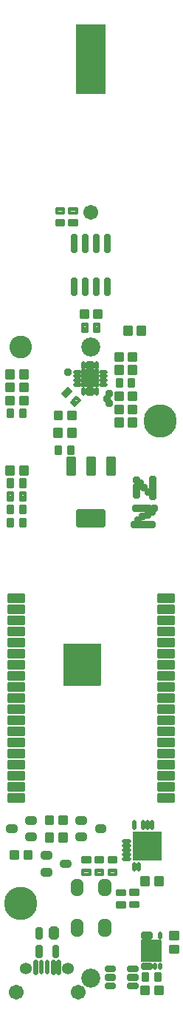
<source format=gbr>
G04 EAGLE Gerber RS-274X export*
G75*
%MOMM*%
%FSLAX34Y34*%
%LPD*%
%INSoldermask Top*%
%IPPOS*%
%AMOC8*
5,1,8,0,0,1.08239X$1,22.5*%
G01*
%ADD10C,0.370056*%
%ADD11C,0.731250*%
%ADD12C,0.418428*%
%ADD13C,0.430247*%
%ADD14C,0.610147*%
%ADD15C,0.543200*%
%ADD16C,1.711200*%
%ADD17R,3.500000X8.000000*%
%ADD18C,1.097334*%
%ADD19C,0.432097*%
%ADD20C,0.693853*%
%ADD21C,0.553200*%
%ADD22C,0.533200*%
%ADD23C,1.361200*%
%ADD24C,0.884075*%
%ADD25C,0.610069*%
%ADD26C,0.678831*%
%ADD27C,0.523200*%
%ADD28C,2.183200*%
%ADD29C,3.803200*%
%ADD30C,2.593200*%
%ADD31C,0.617847*%
%ADD32C,0.503200*%
%ADD33C,0.471503*%
%ADD34R,2.000000X2.000000*%
%ADD35C,0.959600*%

G36*
X118565Y363377D02*
X118565Y363377D01*
X118631Y363379D01*
X118674Y363397D01*
X118721Y363405D01*
X118778Y363439D01*
X118838Y363464D01*
X118873Y363495D01*
X118914Y363520D01*
X118956Y363571D01*
X119004Y363615D01*
X119026Y363657D01*
X119055Y363694D01*
X119076Y363756D01*
X119107Y363815D01*
X119115Y363869D01*
X119127Y363906D01*
X119126Y363946D01*
X119134Y364000D01*
X119134Y411000D01*
X119123Y411065D01*
X119121Y411131D01*
X119103Y411174D01*
X119095Y411221D01*
X119061Y411278D01*
X119036Y411338D01*
X119005Y411373D01*
X118980Y411414D01*
X118929Y411456D01*
X118885Y411504D01*
X118843Y411526D01*
X118806Y411555D01*
X118744Y411576D01*
X118685Y411607D01*
X118631Y411615D01*
X118594Y411627D01*
X118554Y411626D01*
X118500Y411634D01*
X76500Y411634D01*
X76435Y411623D01*
X76369Y411621D01*
X76326Y411603D01*
X76279Y411595D01*
X76222Y411561D01*
X76162Y411536D01*
X76127Y411505D01*
X76086Y411480D01*
X76045Y411429D01*
X75996Y411385D01*
X75974Y411343D01*
X75945Y411306D01*
X75924Y411244D01*
X75893Y411185D01*
X75885Y411131D01*
X75873Y411094D01*
X75874Y411054D01*
X75866Y411000D01*
X75866Y364000D01*
X75877Y363935D01*
X75879Y363869D01*
X75897Y363826D01*
X75905Y363779D01*
X75939Y363722D01*
X75964Y363662D01*
X75995Y363627D01*
X76020Y363586D01*
X76071Y363545D01*
X76115Y363496D01*
X76157Y363474D01*
X76194Y363445D01*
X76256Y363424D01*
X76315Y363393D01*
X76369Y363385D01*
X76406Y363373D01*
X76446Y363374D01*
X76500Y363366D01*
X118500Y363366D01*
X118565Y363377D01*
G37*
G36*
X188565Y163377D02*
X188565Y163377D01*
X188631Y163379D01*
X188674Y163397D01*
X188721Y163405D01*
X188778Y163439D01*
X188838Y163464D01*
X188873Y163495D01*
X188914Y163520D01*
X188956Y163571D01*
X189004Y163615D01*
X189026Y163657D01*
X189055Y163694D01*
X189076Y163756D01*
X189107Y163815D01*
X189115Y163869D01*
X189127Y163906D01*
X189126Y163946D01*
X189134Y164000D01*
X189134Y196000D01*
X189123Y196065D01*
X189121Y196131D01*
X189103Y196174D01*
X189095Y196221D01*
X189061Y196278D01*
X189036Y196338D01*
X189005Y196373D01*
X188980Y196414D01*
X188929Y196456D01*
X188885Y196504D01*
X188843Y196526D01*
X188806Y196555D01*
X188744Y196576D01*
X188685Y196607D01*
X188631Y196615D01*
X188594Y196627D01*
X188554Y196626D01*
X188500Y196634D01*
X156500Y196634D01*
X156435Y196623D01*
X156369Y196621D01*
X156326Y196603D01*
X156279Y196595D01*
X156222Y196561D01*
X156162Y196536D01*
X156127Y196505D01*
X156086Y196480D01*
X156045Y196429D01*
X155996Y196385D01*
X155974Y196343D01*
X155945Y196306D01*
X155924Y196244D01*
X155893Y196185D01*
X155885Y196131D01*
X155873Y196094D01*
X155874Y196054D01*
X155866Y196000D01*
X155866Y164000D01*
X155877Y163935D01*
X155879Y163869D01*
X155897Y163826D01*
X155905Y163779D01*
X155939Y163722D01*
X155964Y163662D01*
X155995Y163627D01*
X156020Y163586D01*
X156071Y163545D01*
X156115Y163496D01*
X156157Y163474D01*
X156194Y163445D01*
X156256Y163424D01*
X156315Y163393D01*
X156369Y163385D01*
X156406Y163373D01*
X156446Y163374D01*
X156500Y163366D01*
X188500Y163366D01*
X188565Y163377D01*
G37*
G36*
X187564Y47010D02*
X187564Y47010D01*
X187628Y47009D01*
X187703Y47030D01*
X187779Y47041D01*
X187838Y47067D01*
X187900Y47084D01*
X187966Y47125D01*
X188036Y47157D01*
X188085Y47199D01*
X188140Y47232D01*
X188192Y47290D01*
X188250Y47340D01*
X188286Y47394D01*
X188329Y47442D01*
X188362Y47511D01*
X188405Y47576D01*
X188424Y47638D01*
X188452Y47695D01*
X188463Y47765D01*
X188487Y47846D01*
X188488Y47931D01*
X188499Y48000D01*
X188499Y72000D01*
X188490Y72062D01*
X188491Y72110D01*
X188491Y72111D01*
X188491Y72128D01*
X188470Y72203D01*
X188459Y72279D01*
X188433Y72338D01*
X188416Y72400D01*
X188375Y72466D01*
X188343Y72536D01*
X188301Y72585D01*
X188268Y72640D01*
X188210Y72692D01*
X188160Y72750D01*
X188106Y72786D01*
X188058Y72829D01*
X187989Y72862D01*
X187924Y72905D01*
X187862Y72924D01*
X187805Y72952D01*
X187735Y72963D01*
X187654Y72987D01*
X187569Y72988D01*
X187500Y72999D01*
X166500Y72999D01*
X166436Y72990D01*
X166372Y72991D01*
X166297Y72970D01*
X166221Y72959D01*
X166162Y72933D01*
X166100Y72916D01*
X166034Y72875D01*
X165964Y72843D01*
X165915Y72801D01*
X165860Y72768D01*
X165808Y72710D01*
X165750Y72660D01*
X165714Y72606D01*
X165671Y72558D01*
X165638Y72489D01*
X165595Y72424D01*
X165576Y72362D01*
X165548Y72305D01*
X165537Y72235D01*
X165513Y72154D01*
X165512Y72069D01*
X165501Y72000D01*
X165501Y48000D01*
X165510Y47936D01*
X165509Y47872D01*
X165530Y47797D01*
X165541Y47721D01*
X165567Y47662D01*
X165584Y47600D01*
X165625Y47534D01*
X165657Y47464D01*
X165699Y47415D01*
X165732Y47360D01*
X165790Y47308D01*
X165840Y47250D01*
X165894Y47214D01*
X165942Y47171D01*
X166011Y47138D01*
X166076Y47095D01*
X166138Y47076D01*
X166195Y47048D01*
X166265Y47037D01*
X166346Y47013D01*
X166431Y47012D01*
X166500Y47001D01*
X187500Y47001D01*
X187564Y47010D01*
G37*
D10*
X136561Y152490D02*
X136561Y147584D01*
X128439Y147584D01*
X128439Y152490D01*
X136561Y152490D01*
X136561Y151100D02*
X128439Y151100D01*
X136561Y161510D02*
X136561Y166416D01*
X136561Y161510D02*
X128439Y161510D01*
X128439Y166416D01*
X136561Y166416D01*
X136561Y165026D02*
X128439Y165026D01*
X17990Y545939D02*
X13084Y545939D01*
X13084Y554061D01*
X17990Y554061D01*
X17990Y545939D01*
X17990Y549455D02*
X13084Y549455D01*
X13084Y552971D02*
X17990Y552971D01*
X27010Y545939D02*
X31916Y545939D01*
X27010Y545939D02*
X27010Y554061D01*
X31916Y554061D01*
X31916Y545939D01*
X31916Y549455D02*
X27010Y549455D01*
X27010Y552971D02*
X31916Y552971D01*
X31916Y599061D02*
X27010Y599061D01*
X31916Y599061D02*
X31916Y590939D01*
X27010Y590939D01*
X27010Y599061D01*
X27010Y594455D02*
X31916Y594455D01*
X31916Y597971D02*
X27010Y597971D01*
X17990Y599061D02*
X13084Y599061D01*
X17990Y599061D02*
X17990Y590939D01*
X13084Y590939D01*
X13084Y599061D01*
X13084Y594455D02*
X17990Y594455D01*
X17990Y597971D02*
X13084Y597971D01*
D11*
X35803Y191719D02*
X41447Y191719D01*
X41447Y189281D01*
X35803Y189281D01*
X35803Y191719D01*
X35803Y210719D02*
X41447Y210719D01*
X41447Y208281D01*
X35803Y208281D01*
X35803Y210719D01*
X19197Y201219D02*
X13553Y201219D01*
X19197Y201219D02*
X19197Y198781D01*
X13553Y198781D01*
X13553Y201219D01*
X93553Y208281D02*
X99197Y208281D01*
X93553Y208281D02*
X93553Y210719D01*
X99197Y210719D01*
X99197Y208281D01*
X99197Y189281D02*
X93553Y189281D01*
X93553Y191719D01*
X99197Y191719D01*
X99197Y189281D01*
X115803Y198781D02*
X121447Y198781D01*
X115803Y198781D02*
X115803Y201219D01*
X121447Y201219D01*
X121447Y198781D01*
D12*
X17975Y606431D02*
X11431Y606431D01*
X11431Y613569D01*
X17975Y613569D01*
X17975Y606431D01*
X17975Y610406D02*
X11431Y610406D01*
X27025Y606431D02*
X33569Y606431D01*
X27025Y606431D02*
X27025Y613569D01*
X33569Y613569D01*
X33569Y606431D01*
X33569Y610406D02*
X27025Y610406D01*
X72025Y193569D02*
X78569Y193569D01*
X78569Y186431D01*
X72025Y186431D01*
X72025Y193569D01*
X72025Y190406D02*
X78569Y190406D01*
X62975Y193569D02*
X56431Y193569D01*
X62975Y193569D02*
X62975Y186431D01*
X56431Y186431D01*
X56431Y193569D01*
X56431Y190406D02*
X62975Y190406D01*
X62975Y206431D02*
X56431Y206431D01*
X56431Y213569D01*
X62975Y213569D01*
X62975Y206431D01*
X62975Y210406D02*
X56431Y210406D01*
X72025Y206431D02*
X78569Y206431D01*
X72025Y206431D02*
X72025Y213569D01*
X78569Y213569D01*
X78569Y206431D01*
X78569Y210406D02*
X72025Y210406D01*
D13*
X29365Y460935D02*
X13635Y460935D01*
X13635Y467665D01*
X29365Y467665D01*
X29365Y460935D01*
X29365Y465022D02*
X13635Y465022D01*
X13635Y448235D02*
X29365Y448235D01*
X13635Y448235D02*
X13635Y454965D01*
X29365Y454965D01*
X29365Y448235D01*
X29365Y452322D02*
X13635Y452322D01*
X13635Y435535D02*
X29365Y435535D01*
X13635Y435535D02*
X13635Y442265D01*
X29365Y442265D01*
X29365Y435535D01*
X29365Y439622D02*
X13635Y439622D01*
X13635Y422835D02*
X29365Y422835D01*
X13635Y422835D02*
X13635Y429565D01*
X29365Y429565D01*
X29365Y422835D01*
X29365Y426922D02*
X13635Y426922D01*
X13635Y410135D02*
X29365Y410135D01*
X13635Y410135D02*
X13635Y416865D01*
X29365Y416865D01*
X29365Y410135D01*
X29365Y414222D02*
X13635Y414222D01*
X13635Y397435D02*
X29365Y397435D01*
X13635Y397435D02*
X13635Y404165D01*
X29365Y404165D01*
X29365Y397435D01*
X29365Y401522D02*
X13635Y401522D01*
X13635Y384735D02*
X29365Y384735D01*
X13635Y384735D02*
X13635Y391465D01*
X29365Y391465D01*
X29365Y384735D01*
X29365Y388822D02*
X13635Y388822D01*
X13635Y372035D02*
X29365Y372035D01*
X13635Y372035D02*
X13635Y378765D01*
X29365Y378765D01*
X29365Y372035D01*
X29365Y376122D02*
X13635Y376122D01*
X13635Y359335D02*
X29365Y359335D01*
X13635Y359335D02*
X13635Y366065D01*
X29365Y366065D01*
X29365Y359335D01*
X29365Y363422D02*
X13635Y363422D01*
X13635Y346635D02*
X29365Y346635D01*
X13635Y346635D02*
X13635Y353365D01*
X29365Y353365D01*
X29365Y346635D01*
X29365Y350722D02*
X13635Y350722D01*
X13635Y333935D02*
X29365Y333935D01*
X13635Y333935D02*
X13635Y340665D01*
X29365Y340665D01*
X29365Y333935D01*
X29365Y338022D02*
X13635Y338022D01*
X13635Y321235D02*
X29365Y321235D01*
X13635Y321235D02*
X13635Y327965D01*
X29365Y327965D01*
X29365Y321235D01*
X29365Y325322D02*
X13635Y325322D01*
X13635Y308535D02*
X29365Y308535D01*
X13635Y308535D02*
X13635Y315265D01*
X29365Y315265D01*
X29365Y308535D01*
X29365Y312622D02*
X13635Y312622D01*
X13635Y295835D02*
X29365Y295835D01*
X13635Y295835D02*
X13635Y302565D01*
X29365Y302565D01*
X29365Y295835D01*
X29365Y299922D02*
X13635Y299922D01*
X13635Y283135D02*
X29365Y283135D01*
X13635Y283135D02*
X13635Y289865D01*
X29365Y289865D01*
X29365Y283135D01*
X29365Y287222D02*
X13635Y287222D01*
X13635Y270435D02*
X29365Y270435D01*
X13635Y270435D02*
X13635Y277165D01*
X29365Y277165D01*
X29365Y270435D01*
X29365Y274522D02*
X13635Y274522D01*
X13635Y257735D02*
X29365Y257735D01*
X13635Y257735D02*
X13635Y264465D01*
X29365Y264465D01*
X29365Y257735D01*
X29365Y261822D02*
X13635Y261822D01*
X13635Y245035D02*
X29365Y245035D01*
X13635Y245035D02*
X13635Y251765D01*
X29365Y251765D01*
X29365Y245035D01*
X29365Y249122D02*
X13635Y249122D01*
X13635Y232335D02*
X29365Y232335D01*
X13635Y232335D02*
X13635Y239065D01*
X29365Y239065D01*
X29365Y232335D01*
X29365Y236422D02*
X13635Y236422D01*
X185635Y232335D02*
X201365Y232335D01*
X185635Y232335D02*
X185635Y239065D01*
X201365Y239065D01*
X201365Y232335D01*
X201365Y236422D02*
X185635Y236422D01*
X185635Y245035D02*
X201365Y245035D01*
X185635Y245035D02*
X185635Y251765D01*
X201365Y251765D01*
X201365Y245035D01*
X201365Y249122D02*
X185635Y249122D01*
X185635Y257735D02*
X201365Y257735D01*
X185635Y257735D02*
X185635Y264465D01*
X201365Y264465D01*
X201365Y257735D01*
X201365Y261822D02*
X185635Y261822D01*
X185635Y270435D02*
X201365Y270435D01*
X185635Y270435D02*
X185635Y277165D01*
X201365Y277165D01*
X201365Y270435D01*
X201365Y274522D02*
X185635Y274522D01*
X185635Y283135D02*
X201365Y283135D01*
X185635Y283135D02*
X185635Y289865D01*
X201365Y289865D01*
X201365Y283135D01*
X201365Y287222D02*
X185635Y287222D01*
X185635Y295835D02*
X201365Y295835D01*
X185635Y295835D02*
X185635Y302565D01*
X201365Y302565D01*
X201365Y295835D01*
X201365Y299922D02*
X185635Y299922D01*
X185635Y308535D02*
X201365Y308535D01*
X185635Y308535D02*
X185635Y315265D01*
X201365Y315265D01*
X201365Y308535D01*
X201365Y312622D02*
X185635Y312622D01*
X185635Y321235D02*
X201365Y321235D01*
X185635Y321235D02*
X185635Y327965D01*
X201365Y327965D01*
X201365Y321235D01*
X201365Y325322D02*
X185635Y325322D01*
X185635Y333935D02*
X201365Y333935D01*
X185635Y333935D02*
X185635Y340665D01*
X201365Y340665D01*
X201365Y333935D01*
X201365Y338022D02*
X185635Y338022D01*
X185635Y346635D02*
X201365Y346635D01*
X185635Y346635D02*
X185635Y353365D01*
X201365Y353365D01*
X201365Y346635D01*
X201365Y350722D02*
X185635Y350722D01*
X185635Y359335D02*
X201365Y359335D01*
X185635Y359335D02*
X185635Y366065D01*
X201365Y366065D01*
X201365Y359335D01*
X201365Y363422D02*
X185635Y363422D01*
X185635Y372035D02*
X201365Y372035D01*
X185635Y372035D02*
X185635Y378765D01*
X201365Y378765D01*
X201365Y372035D01*
X201365Y376122D02*
X185635Y376122D01*
X185635Y384735D02*
X201365Y384735D01*
X185635Y384735D02*
X185635Y391465D01*
X201365Y391465D01*
X201365Y384735D01*
X201365Y388822D02*
X185635Y388822D01*
X185635Y397435D02*
X201365Y397435D01*
X185635Y397435D02*
X185635Y404165D01*
X201365Y404165D01*
X201365Y397435D01*
X201365Y401522D02*
X185635Y401522D01*
X185635Y410135D02*
X201365Y410135D01*
X185635Y410135D02*
X185635Y416865D01*
X201365Y416865D01*
X201365Y410135D01*
X201365Y414222D02*
X185635Y414222D01*
X185635Y422835D02*
X201365Y422835D01*
X185635Y422835D02*
X185635Y429565D01*
X201365Y429565D01*
X201365Y422835D01*
X201365Y426922D02*
X185635Y426922D01*
X185635Y435535D02*
X201365Y435535D01*
X185635Y435535D02*
X185635Y442265D01*
X201365Y442265D01*
X201365Y435535D01*
X201365Y439622D02*
X185635Y439622D01*
X185635Y448235D02*
X201365Y448235D01*
X185635Y448235D02*
X185635Y454965D01*
X201365Y454965D01*
X201365Y448235D01*
X201365Y452322D02*
X185635Y452322D01*
X185635Y460935D02*
X201365Y460935D01*
X185635Y460935D02*
X185635Y467665D01*
X201365Y467665D01*
X201365Y460935D01*
X201365Y465022D02*
X185635Y465022D01*
D14*
X89362Y812458D02*
X89362Y828074D01*
X89362Y812458D02*
X87538Y812458D01*
X87538Y828074D01*
X89362Y828074D01*
X89362Y818254D02*
X87538Y818254D01*
X87538Y824050D02*
X89362Y824050D01*
X102062Y828074D02*
X102062Y812458D01*
X100238Y812458D01*
X100238Y828074D01*
X102062Y828074D01*
X102062Y818254D02*
X100238Y818254D01*
X100238Y824050D02*
X102062Y824050D01*
X114762Y828074D02*
X114762Y812458D01*
X112938Y812458D01*
X112938Y828074D01*
X114762Y828074D01*
X114762Y818254D02*
X112938Y818254D01*
X112938Y824050D02*
X114762Y824050D01*
X127462Y828074D02*
X127462Y812458D01*
X125638Y812458D01*
X125638Y828074D01*
X127462Y828074D01*
X127462Y818254D02*
X125638Y818254D01*
X125638Y824050D02*
X127462Y824050D01*
X127462Y861926D02*
X127462Y877542D01*
X127462Y861926D02*
X125638Y861926D01*
X125638Y877542D01*
X127462Y877542D01*
X127462Y867722D02*
X125638Y867722D01*
X125638Y873518D02*
X127462Y873518D01*
X114762Y877542D02*
X114762Y861926D01*
X112938Y861926D01*
X112938Y877542D01*
X114762Y877542D01*
X114762Y867722D02*
X112938Y867722D01*
X112938Y873518D02*
X114762Y873518D01*
X102062Y877542D02*
X102062Y861926D01*
X100238Y861926D01*
X100238Y877542D01*
X102062Y877542D01*
X102062Y867722D02*
X100238Y867722D01*
X100238Y873518D02*
X102062Y873518D01*
X89362Y877542D02*
X89362Y861926D01*
X87538Y861926D01*
X87538Y877542D01*
X89362Y877542D01*
X89362Y867722D02*
X87538Y867722D01*
X87538Y873518D02*
X89362Y873518D01*
D15*
X145450Y185000D02*
X151550Y185000D01*
X151550Y180000D02*
X145450Y180000D01*
X145450Y175000D02*
X151550Y175000D01*
X151550Y170000D02*
X145450Y170000D01*
X145450Y165000D02*
X151550Y165000D01*
X157500Y159050D02*
X157500Y152950D01*
X162500Y152950D02*
X162500Y159050D01*
X177500Y200950D02*
X177500Y207050D01*
X172500Y207050D02*
X172500Y200950D01*
X167500Y200950D02*
X167500Y207050D01*
X157500Y207050D02*
X157500Y200950D01*
D16*
X107500Y905000D03*
D17*
X107500Y1080000D03*
D12*
X182025Y143569D02*
X188569Y143569D01*
X188569Y136431D01*
X182025Y136431D01*
X182025Y143569D01*
X182025Y140406D02*
X188569Y140406D01*
X172975Y143569D02*
X166431Y143569D01*
X172975Y143569D02*
X172975Y136431D01*
X166431Y136431D01*
X166431Y143569D01*
X166431Y140406D02*
X172975Y140406D01*
D10*
X121561Y147584D02*
X121561Y152490D01*
X121561Y147584D02*
X113439Y147584D01*
X113439Y152490D01*
X121561Y152490D01*
X121561Y151100D02*
X113439Y151100D01*
X121561Y161510D02*
X121561Y166416D01*
X121561Y161510D02*
X113439Y161510D01*
X113439Y166416D01*
X121561Y166416D01*
X121561Y165026D02*
X113439Y165026D01*
X91561Y890584D02*
X91561Y895490D01*
X91561Y890584D02*
X83439Y890584D01*
X83439Y895490D01*
X91561Y895490D01*
X91561Y894100D02*
X83439Y894100D01*
X91561Y904510D02*
X91561Y909416D01*
X91561Y904510D02*
X83439Y904510D01*
X83439Y909416D01*
X91561Y909416D01*
X91561Y908026D02*
X83439Y908026D01*
D18*
X89470Y91530D02*
X89470Y82470D01*
X89470Y91530D02*
X93530Y91530D01*
X93530Y82470D01*
X89470Y82470D01*
X121470Y82470D02*
X121470Y91530D01*
X125530Y91530D01*
X125530Y82470D01*
X121470Y82470D01*
X121470Y128470D02*
X121470Y137530D01*
X125530Y137530D01*
X125530Y128470D01*
X121470Y128470D01*
X89470Y128470D02*
X89470Y137530D01*
X93530Y137530D01*
X93530Y128470D01*
X89470Y128470D01*
D11*
X59197Y168281D02*
X53553Y168281D01*
X53553Y170719D01*
X59197Y170719D01*
X59197Y168281D01*
X59197Y149281D02*
X53553Y149281D01*
X53553Y151719D01*
X59197Y151719D01*
X59197Y149281D01*
X75803Y158781D02*
X81447Y158781D01*
X75803Y158781D02*
X75803Y161219D01*
X81447Y161219D01*
X81447Y158781D01*
D12*
X38569Y173569D02*
X32025Y173569D01*
X38569Y173569D02*
X38569Y166431D01*
X32025Y166431D01*
X32025Y173569D01*
X32025Y170406D02*
X38569Y170406D01*
X22975Y173569D02*
X16431Y173569D01*
X22975Y173569D02*
X22975Y166431D01*
X16431Y166431D01*
X16431Y173569D01*
X16431Y170406D02*
X22975Y170406D01*
D10*
X17990Y575939D02*
X13084Y575939D01*
X13084Y584061D01*
X17990Y584061D01*
X17990Y575939D01*
X17990Y579455D02*
X13084Y579455D01*
X13084Y582971D02*
X17990Y582971D01*
X27010Y575939D02*
X31916Y575939D01*
X27010Y575939D02*
X27010Y584061D01*
X31916Y584061D01*
X31916Y575939D01*
X31916Y579455D02*
X27010Y579455D01*
X27010Y582971D02*
X31916Y582971D01*
X68084Y628939D02*
X72990Y628939D01*
X68084Y628939D02*
X68084Y637061D01*
X72990Y637061D01*
X72990Y628939D01*
X72990Y632455D02*
X68084Y632455D01*
X68084Y635971D02*
X72990Y635971D01*
X82010Y628939D02*
X86916Y628939D01*
X82010Y628939D02*
X82010Y637061D01*
X86916Y637061D01*
X86916Y628939D01*
X86916Y632455D02*
X82010Y632455D01*
X82010Y635971D02*
X86916Y635971D01*
X17990Y560939D02*
X13084Y560939D01*
X13084Y569061D01*
X17990Y569061D01*
X17990Y560939D01*
X17990Y564455D02*
X13084Y564455D01*
X13084Y567971D02*
X17990Y567971D01*
X27010Y560939D02*
X31916Y560939D01*
X27010Y560939D02*
X27010Y569061D01*
X31916Y569061D01*
X31916Y560939D01*
X31916Y564455D02*
X27010Y564455D01*
X27010Y567971D02*
X31916Y567971D01*
D19*
X126975Y606545D02*
X126975Y623907D01*
X134025Y623907D01*
X134025Y606545D01*
X126975Y606545D01*
X126975Y610650D02*
X134025Y610650D01*
X134025Y614755D02*
X126975Y614755D01*
X126975Y618860D02*
X134025Y618860D01*
X134025Y622965D02*
X126975Y622965D01*
X103975Y623907D02*
X103975Y606545D01*
X103975Y623907D02*
X111025Y623907D01*
X111025Y606545D01*
X103975Y606545D01*
X103975Y610650D02*
X111025Y610650D01*
X111025Y614755D02*
X103975Y614755D01*
X103975Y618860D02*
X111025Y618860D01*
X111025Y622965D02*
X103975Y622965D01*
X80975Y623907D02*
X80975Y606545D01*
X80975Y623907D02*
X88025Y623907D01*
X88025Y606545D01*
X80975Y606545D01*
X80975Y610650D02*
X88025Y610650D01*
X88025Y614755D02*
X80975Y614755D01*
X80975Y618860D02*
X88025Y618860D01*
X88025Y622965D02*
X80975Y622965D01*
D20*
X93784Y562146D02*
X93784Y547402D01*
X93784Y562146D02*
X121216Y562146D01*
X121216Y547402D01*
X93784Y547402D01*
X93784Y553994D02*
X121216Y553994D01*
X121216Y560586D02*
X93784Y560586D01*
D10*
X106561Y152490D02*
X106561Y147584D01*
X98439Y147584D01*
X98439Y152490D01*
X106561Y152490D01*
X106561Y151100D02*
X98439Y151100D01*
X106561Y161510D02*
X106561Y166416D01*
X106561Y161510D02*
X98439Y161510D01*
X98439Y166416D01*
X106561Y166416D01*
X106561Y165026D02*
X98439Y165026D01*
D21*
X44000Y47250D02*
X44000Y35750D01*
D22*
X51000Y35650D02*
X51000Y47350D01*
X57500Y47350D02*
X57500Y35650D01*
D21*
X64500Y35750D02*
X64500Y47250D01*
X70500Y47250D02*
X70500Y35750D01*
D16*
X21750Y12700D03*
X93250Y12700D03*
D23*
X81750Y40000D03*
X33250Y40000D03*
D24*
X63535Y77179D02*
X63535Y83353D01*
X66641Y83353D01*
X66641Y77179D01*
X63535Y77179D01*
D25*
X46989Y75809D02*
X46989Y84723D01*
X48811Y84723D01*
X48811Y75809D01*
X46989Y75809D01*
X46989Y81605D02*
X48811Y81605D01*
X46989Y64191D02*
X46989Y55277D01*
X46989Y64191D02*
X48811Y64191D01*
X48811Y55277D01*
X46989Y55277D01*
X46989Y61073D02*
X48811Y61073D01*
X66189Y64191D02*
X66189Y55277D01*
X66189Y64191D02*
X68011Y64191D01*
X68011Y55277D01*
X66189Y55277D01*
X66189Y61073D02*
X68011Y61073D01*
D12*
X33569Y693569D02*
X27025Y693569D01*
X33569Y693569D02*
X33569Y686431D01*
X27025Y686431D01*
X27025Y693569D01*
X27025Y690406D02*
X33569Y690406D01*
X17975Y693569D02*
X11431Y693569D01*
X17975Y693569D02*
X17975Y686431D01*
X11431Y686431D01*
X11431Y693569D01*
X11431Y690406D02*
X17975Y690406D01*
D10*
X17990Y670939D02*
X13084Y670939D01*
X13084Y679061D01*
X17990Y679061D01*
X17990Y670939D01*
X17990Y674455D02*
X13084Y674455D01*
X13084Y677971D02*
X17990Y677971D01*
X27010Y670939D02*
X31916Y670939D01*
X27010Y670939D02*
X27010Y679061D01*
X31916Y679061D01*
X31916Y670939D01*
X31916Y674455D02*
X27010Y674455D01*
X27010Y677971D02*
X31916Y677971D01*
D12*
X17975Y701431D02*
X11431Y701431D01*
X11431Y708569D01*
X17975Y708569D01*
X17975Y701431D01*
X17975Y705406D02*
X11431Y705406D01*
X27025Y701431D02*
X33569Y701431D01*
X27025Y701431D02*
X27025Y708569D01*
X33569Y708569D01*
X33569Y701431D01*
X33569Y705406D02*
X27025Y705406D01*
X17975Y716431D02*
X11431Y716431D01*
X11431Y723569D01*
X17975Y723569D01*
X17975Y716431D01*
X17975Y720406D02*
X11431Y720406D01*
X27025Y716431D02*
X33569Y716431D01*
X27025Y716431D02*
X27025Y723569D01*
X33569Y723569D01*
X33569Y716431D01*
X33569Y720406D02*
X27025Y720406D01*
D26*
X168878Y43372D02*
X175122Y43372D01*
X175122Y41228D01*
X168878Y41228D01*
X168878Y43372D01*
D27*
X181300Y44350D02*
X181300Y40650D01*
X187200Y40650D02*
X187200Y44350D01*
D26*
X175122Y78572D02*
X168878Y78572D01*
X175122Y78572D02*
X175122Y76428D01*
X168878Y76428D01*
X168878Y78572D01*
D27*
X187000Y79350D02*
X187000Y75650D01*
D28*
X107500Y28900D03*
X107500Y751100D03*
D29*
X27500Y114000D03*
X187500Y666000D03*
D30*
X27500Y751100D03*
D10*
X168084Y25939D02*
X172990Y25939D01*
X168084Y25939D02*
X168084Y34061D01*
X172990Y34061D01*
X172990Y25939D01*
X172990Y29455D02*
X168084Y29455D01*
X168084Y32971D02*
X172990Y32971D01*
X182010Y25939D02*
X186916Y25939D01*
X182010Y25939D02*
X182010Y34061D01*
X186916Y34061D01*
X186916Y25939D01*
X186916Y29455D02*
X182010Y29455D01*
X182010Y32971D02*
X186916Y32971D01*
D12*
X188569Y18569D02*
X182025Y18569D01*
X188569Y18569D02*
X188569Y11431D01*
X182025Y11431D01*
X182025Y18569D01*
X182025Y15406D02*
X188569Y15406D01*
X172975Y18569D02*
X166431Y18569D01*
X172975Y18569D02*
X172975Y11431D01*
X166431Y11431D01*
X166431Y18569D01*
X166431Y15406D02*
X172975Y15406D01*
X206569Y58931D02*
X206569Y65475D01*
X206569Y58931D02*
X199431Y58931D01*
X199431Y65475D01*
X206569Y65475D01*
X206569Y62906D02*
X199431Y62906D01*
X206569Y74525D02*
X206569Y81069D01*
X206569Y74525D02*
X199431Y74525D01*
X199431Y81069D01*
X206569Y81069D01*
X206569Y78500D02*
X199431Y78500D01*
D10*
X146561Y110084D02*
X146561Y114990D01*
X146561Y110084D02*
X138439Y110084D01*
X138439Y114990D01*
X146561Y114990D01*
X146561Y113600D02*
X138439Y113600D01*
X146561Y124010D02*
X146561Y128916D01*
X146561Y124010D02*
X138439Y124010D01*
X138439Y128916D01*
X146561Y128916D01*
X146561Y127526D02*
X138439Y127526D01*
X116916Y777061D02*
X112010Y777061D01*
X116916Y777061D02*
X116916Y768939D01*
X112010Y768939D01*
X112010Y777061D01*
X112010Y772455D02*
X116916Y772455D01*
X116916Y775971D02*
X112010Y775971D01*
X102990Y777061D02*
X98084Y777061D01*
X102990Y777061D02*
X102990Y768939D01*
X98084Y768939D01*
X98084Y777061D01*
X98084Y772455D02*
X102990Y772455D01*
X102990Y775971D02*
X98084Y775971D01*
D12*
X136431Y721431D02*
X142975Y721431D01*
X136431Y721431D02*
X136431Y728569D01*
X142975Y728569D01*
X142975Y721431D01*
X142975Y725406D02*
X136431Y725406D01*
X152025Y721431D02*
X158569Y721431D01*
X152025Y721431D02*
X152025Y728569D01*
X158569Y728569D01*
X158569Y721431D01*
X158569Y725406D02*
X152025Y725406D01*
X142975Y736431D02*
X136431Y736431D01*
X136431Y743569D01*
X142975Y743569D01*
X142975Y736431D01*
X142975Y740406D02*
X136431Y740406D01*
X152025Y736431D02*
X158569Y736431D01*
X152025Y736431D02*
X152025Y743569D01*
X158569Y743569D01*
X158569Y736431D01*
X158569Y740406D02*
X152025Y740406D01*
D10*
X142990Y705939D02*
X138084Y705939D01*
X138084Y714061D01*
X142990Y714061D01*
X142990Y705939D01*
X142990Y709455D02*
X138084Y709455D01*
X138084Y712971D02*
X142990Y712971D01*
X152010Y705939D02*
X156916Y705939D01*
X152010Y705939D02*
X152010Y714061D01*
X156916Y714061D01*
X156916Y705939D01*
X156916Y709455D02*
X152010Y709455D01*
X152010Y712971D02*
X156916Y712971D01*
D12*
X72975Y649431D02*
X66431Y649431D01*
X66431Y656569D01*
X72975Y656569D01*
X72975Y649431D01*
X72975Y653406D02*
X66431Y653406D01*
X82025Y649431D02*
X88569Y649431D01*
X82025Y649431D02*
X82025Y656569D01*
X88569Y656569D01*
X88569Y649431D01*
X88569Y653406D02*
X82025Y653406D01*
X73275Y669531D02*
X66731Y669531D01*
X66731Y676669D01*
X73275Y676669D01*
X73275Y669531D01*
X73275Y673506D02*
X66731Y673506D01*
X82325Y669531D02*
X88869Y669531D01*
X82325Y669531D02*
X82325Y676669D01*
X88869Y676669D01*
X88869Y669531D01*
X88869Y673506D02*
X82325Y673506D01*
X136431Y661431D02*
X142975Y661431D01*
X136431Y661431D02*
X136431Y668569D01*
X142975Y668569D01*
X142975Y661431D01*
X142975Y665406D02*
X136431Y665406D01*
X152025Y661431D02*
X158569Y661431D01*
X152025Y661431D02*
X152025Y668569D01*
X158569Y668569D01*
X158569Y661431D01*
X158569Y665406D02*
X152025Y665406D01*
X152025Y698569D02*
X158569Y698569D01*
X158569Y691431D01*
X152025Y691431D01*
X152025Y698569D01*
X152025Y695406D02*
X158569Y695406D01*
X142975Y698569D02*
X136431Y698569D01*
X142975Y698569D02*
X142975Y691431D01*
X136431Y691431D01*
X136431Y698569D01*
X136431Y695406D02*
X142975Y695406D01*
X152025Y683569D02*
X158569Y683569D01*
X158569Y676431D01*
X152025Y676431D01*
X152025Y683569D01*
X152025Y680406D02*
X158569Y680406D01*
X142975Y683569D02*
X136431Y683569D01*
X142975Y683569D02*
X142975Y676431D01*
X136431Y676431D01*
X136431Y683569D01*
X136431Y680406D02*
X142975Y680406D01*
D10*
X76561Y890584D02*
X76561Y895490D01*
X76561Y890584D02*
X68439Y890584D01*
X68439Y895490D01*
X76561Y895490D01*
X76561Y894100D02*
X68439Y894100D01*
X76561Y904510D02*
X76561Y909416D01*
X76561Y904510D02*
X68439Y904510D01*
X68439Y909416D01*
X76561Y909416D01*
X76561Y908026D02*
X68439Y908026D01*
D12*
X112025Y792569D02*
X118569Y792569D01*
X118569Y785431D01*
X112025Y785431D01*
X112025Y792569D01*
X112025Y789406D02*
X118569Y789406D01*
X102975Y792569D02*
X96431Y792569D01*
X102975Y792569D02*
X102975Y785431D01*
X96431Y785431D01*
X96431Y792569D01*
X96431Y789406D02*
X102975Y789406D01*
X162025Y773569D02*
X168569Y773569D01*
X168569Y766431D01*
X162025Y766431D01*
X162025Y773569D01*
X162025Y770406D02*
X168569Y770406D01*
X152975Y773569D02*
X146431Y773569D01*
X152975Y773569D02*
X152975Y766431D01*
X146431Y766431D01*
X146431Y773569D01*
X146431Y770406D02*
X152975Y770406D01*
D31*
X133060Y38577D02*
X125996Y38577D01*
X125996Y40423D01*
X133060Y40423D01*
X133060Y38577D01*
X133060Y29077D02*
X125996Y29077D01*
X125996Y30923D01*
X133060Y30923D01*
X133060Y29077D01*
X133060Y19577D02*
X125996Y19577D01*
X125996Y21423D01*
X133060Y21423D01*
X133060Y19577D01*
X151940Y19577D02*
X159004Y19577D01*
X151940Y19577D02*
X151940Y21423D01*
X159004Y21423D01*
X159004Y19577D01*
X159004Y29077D02*
X151940Y29077D01*
X151940Y30923D01*
X159004Y30923D01*
X159004Y29077D01*
X159004Y38577D02*
X151940Y38577D01*
X151940Y40423D01*
X159004Y40423D01*
X159004Y38577D01*
D10*
X78939Y694118D02*
X75470Y697587D01*
X81213Y703330D01*
X84682Y699861D01*
X78939Y694118D01*
X75517Y697634D02*
X82455Y697634D01*
X83393Y701150D02*
X79033Y701150D01*
X85318Y687739D02*
X88787Y684270D01*
X85318Y687739D02*
X91061Y693482D01*
X94530Y690013D01*
X88787Y684270D01*
X85365Y687786D02*
X92303Y687786D01*
X93241Y691302D02*
X88881Y691302D01*
X161561Y115490D02*
X161561Y110584D01*
X153439Y110584D01*
X153439Y115490D01*
X161561Y115490D01*
X161561Y114100D02*
X153439Y114100D01*
X161561Y124510D02*
X161561Y129416D01*
X161561Y124510D02*
X153439Y124510D01*
X153439Y129416D01*
X161561Y129416D01*
X161561Y128026D02*
X153439Y128026D01*
D32*
X114500Y727500D02*
X114500Y732500D01*
D33*
X104341Y732659D02*
X104341Y727341D01*
X104341Y732659D02*
X109659Y732659D01*
X109659Y727341D01*
X104341Y727341D01*
X104341Y731820D02*
X109659Y731820D01*
D32*
X99500Y732500D02*
X99500Y727500D01*
X94500Y722500D02*
X89500Y722500D01*
X89500Y717500D02*
X94500Y717500D01*
X94500Y712500D02*
X89500Y712500D01*
X89500Y707500D02*
X94500Y707500D01*
X99500Y702500D02*
X99500Y697500D01*
D33*
X104341Y697341D02*
X104341Y702659D01*
X109659Y702659D01*
X109659Y697341D01*
X104341Y697341D01*
X104341Y701820D02*
X109659Y701820D01*
D32*
X114500Y702500D02*
X114500Y697500D01*
X119500Y707500D02*
X124500Y707500D01*
X124500Y712500D02*
X119500Y712500D01*
X119500Y717500D02*
X124500Y717500D01*
X124500Y722500D02*
X119500Y722500D01*
D34*
X107000Y715000D03*
D35*
X129000Y698000D03*
X126000Y692000D03*
X129000Y687000D03*
X166500Y556929D03*
X173964Y566464D03*
X168964Y566464D03*
X177500Y547929D03*
X158964Y566464D03*
X163964Y566464D03*
X172500Y547929D03*
X167500Y547929D03*
X162500Y547929D03*
X161500Y552929D03*
X172500Y558929D03*
X180036Y566464D03*
X157500Y547929D03*
X177500Y561929D03*
X168964Y589749D03*
X160429Y591213D03*
X160429Y586213D03*
X178964Y599749D03*
X178964Y594749D03*
X160429Y581213D03*
X178964Y589749D03*
X178964Y584749D03*
X178964Y579749D03*
X173964Y584749D03*
X163964Y594749D03*
X160429Y598284D03*
X81000Y722000D03*
M02*

</source>
